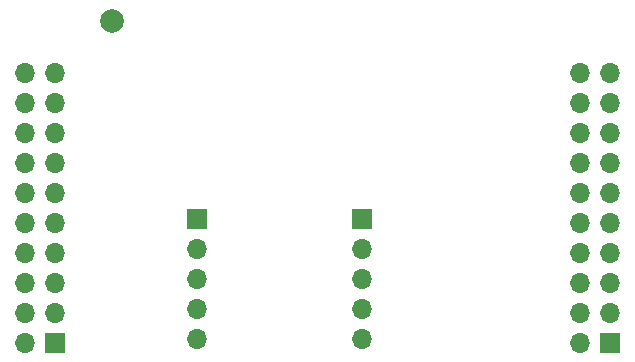
<source format=gbr>
%TF.GenerationSoftware,KiCad,Pcbnew,(5.1.7)-1*%
%TF.CreationDate,2020-11-01T18:22:08+02:00*%
%TF.ProjectId,Piirilevy_dsp,50696972-696c-4657-9679-5f6473702e6b,rev?*%
%TF.SameCoordinates,Original*%
%TF.FileFunction,Soldermask,Bot*%
%TF.FilePolarity,Negative*%
%FSLAX46Y46*%
G04 Gerber Fmt 4.6, Leading zero omitted, Abs format (unit mm)*
G04 Created by KiCad (PCBNEW (5.1.7)-1) date 2020-11-01 18:22:08*
%MOMM*%
%LPD*%
G01*
G04 APERTURE LIST*
%ADD10C,2.000000*%
%ADD11O,1.700000X1.700000*%
%ADD12R,1.700000X1.700000*%
G04 APERTURE END LIST*
D10*
%TO.C,TP1*%
X132842000Y-74676000D03*
%TD*%
D11*
%TO.C,J4*%
X154000000Y-101600000D03*
X154000000Y-99060000D03*
X154000000Y-96520000D03*
X154000000Y-93980000D03*
D12*
X154000000Y-91440000D03*
%TD*%
D11*
%TO.C,J3*%
X140000000Y-101600000D03*
X140000000Y-99060000D03*
X140000000Y-96520000D03*
X140000000Y-93980000D03*
D12*
X140000000Y-91440000D03*
%TD*%
D11*
%TO.C,J2*%
X172460000Y-79140000D03*
X175000000Y-79140000D03*
X172460000Y-81680000D03*
X175000000Y-81680000D03*
X172460000Y-84220000D03*
X175000000Y-84220000D03*
X172460000Y-86760000D03*
X175000000Y-86760000D03*
X172460000Y-89300000D03*
X175000000Y-89300000D03*
X172460000Y-91840000D03*
X175000000Y-91840000D03*
X172460000Y-94380000D03*
X175000000Y-94380000D03*
X172460000Y-96920000D03*
X175000000Y-96920000D03*
X172460000Y-99460000D03*
X175000000Y-99460000D03*
X172460000Y-102000000D03*
D12*
X175000000Y-102000000D03*
%TD*%
D11*
%TO.C,J1*%
X125460000Y-79140000D03*
X128000000Y-79140000D03*
X125460000Y-81680000D03*
X128000000Y-81680000D03*
X125460000Y-84220000D03*
X128000000Y-84220000D03*
X125460000Y-86760000D03*
X128000000Y-86760000D03*
X125460000Y-89300000D03*
X128000000Y-89300000D03*
X125460000Y-91840000D03*
X128000000Y-91840000D03*
X125460000Y-94380000D03*
X128000000Y-94380000D03*
X125460000Y-96920000D03*
X128000000Y-96920000D03*
X125460000Y-99460000D03*
X128000000Y-99460000D03*
X125460000Y-102000000D03*
D12*
X128000000Y-102000000D03*
%TD*%
M02*

</source>
